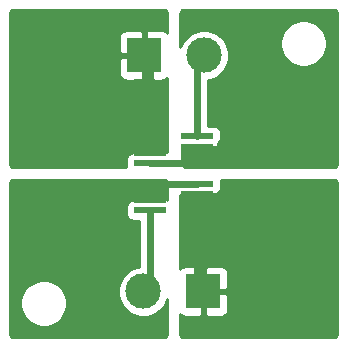
<source format=gtl>
G04 #@! TF.GenerationSoftware,KiCad,Pcbnew,5.1.4-e60b266~84~ubuntu18.04.1*
G04 #@! TF.CreationDate,2019-08-17T00:39:34+05:30*
G04 #@! TF.ProjectId,SFH4715AS_breakout,53464834-3731-4354-9153-5f627265616b,rev?*
G04 #@! TF.SameCoordinates,Original*
G04 #@! TF.FileFunction,Copper,L1,Top*
G04 #@! TF.FilePolarity,Positive*
%FSLAX46Y46*%
G04 Gerber Fmt 4.6, Leading zero omitted, Abs format (unit mm)*
G04 Created by KiCad (PCBNEW 5.1.4-e60b266~84~ubuntu18.04.1) date 2019-08-17 00:39:34*
%MOMM*%
%LPD*%
G04 APERTURE LIST*
%ADD10R,2.800000X0.350000*%
%ADD11R,2.800000X0.550000*%
%ADD12R,2.800000X1.000000*%
%ADD13C,3.000000*%
%ADD14R,3.000000X3.000000*%
%ADD15C,0.800000*%
%ADD16C,0.600000*%
%ADD17C,0.254000*%
G04 APERTURE END LIST*
D10*
X23000000Y-26325000D03*
D11*
X23000000Y-28125000D03*
X23000000Y-25875000D03*
D12*
X23000000Y-27000000D03*
D10*
X27000000Y-23675000D03*
D11*
X27000000Y-21875000D03*
X27000000Y-24125000D03*
D12*
X27000000Y-23000000D03*
D13*
X27580000Y-15000000D03*
D14*
X22500000Y-15000000D03*
D13*
X22420000Y-35000000D03*
D14*
X27500000Y-35000000D03*
D12*
X23000000Y-23000000D03*
D11*
X23000000Y-21875000D03*
X23000000Y-24125000D03*
D10*
X23000000Y-22325000D03*
X27000000Y-27675000D03*
D11*
X27000000Y-25875000D03*
X27000000Y-28125000D03*
D12*
X27000000Y-27000000D03*
D15*
X29100000Y-24100000D03*
X29100000Y-23300000D03*
X29100000Y-22500000D03*
X29900000Y-22500000D03*
X29900000Y-23300000D03*
X29900000Y-24100000D03*
X33000000Y-21000000D03*
X34000000Y-21000000D03*
X35000000Y-21000000D03*
X36000000Y-21000000D03*
X37000000Y-21000000D03*
X33000000Y-20000000D03*
X33000000Y-19000000D03*
X33000000Y-18000000D03*
X33000000Y-17000000D03*
X33000000Y-16000000D03*
X33000000Y-15000000D03*
X33000000Y-14000000D03*
X33000000Y-13000000D03*
X37000000Y-22000000D03*
X36000000Y-22000000D03*
X35000000Y-22000000D03*
X34000000Y-22000000D03*
X33000000Y-22000000D03*
X20900000Y-25900000D03*
X20900000Y-26700000D03*
X20900000Y-27500000D03*
X20100000Y-27500000D03*
X20100000Y-26700000D03*
X20100000Y-25900000D03*
X17000000Y-28000000D03*
X17000000Y-29000000D03*
X17000000Y-30000000D03*
X17000000Y-31000000D03*
X17000000Y-32000000D03*
X17000000Y-33000000D03*
X17000000Y-34000000D03*
X17000000Y-35000000D03*
X17000000Y-36000000D03*
X17000000Y-37000000D03*
X16000000Y-28000000D03*
X15000000Y-28000000D03*
X14000000Y-28000000D03*
X13000000Y-28000000D03*
X13000000Y-29000000D03*
X14000000Y-29000000D03*
X16000000Y-29000000D03*
X15000000Y-29000000D03*
X20100000Y-23000000D03*
X20900000Y-21400000D03*
X20900000Y-22200000D03*
X20100000Y-22200000D03*
X20900000Y-23000000D03*
X20100000Y-21400000D03*
X17000000Y-21000000D03*
X16000000Y-21000000D03*
X15000000Y-21000000D03*
X14000000Y-21000000D03*
X13000000Y-21000000D03*
X17000000Y-20000000D03*
X17000000Y-19000000D03*
X17000000Y-18000000D03*
X17000000Y-17000000D03*
X17000000Y-16000000D03*
X17000000Y-15000000D03*
X17000000Y-14000000D03*
X17000000Y-13000000D03*
X13000000Y-22000000D03*
X14000000Y-22000000D03*
X15000000Y-22000000D03*
X16000000Y-22000000D03*
X17000000Y-22000000D03*
X33000000Y-28000000D03*
X33000000Y-29000000D03*
X33000000Y-30000000D03*
X33000000Y-31000000D03*
X33000000Y-32000000D03*
X33000000Y-33000000D03*
X33000000Y-34000000D03*
X33000000Y-35000000D03*
X33000000Y-36000000D03*
X33000000Y-37000000D03*
X34000000Y-28000000D03*
X35000000Y-28000000D03*
X36000000Y-28000000D03*
X37000000Y-28000000D03*
X37000000Y-29000000D03*
X36000000Y-29000000D03*
X35000000Y-29000000D03*
X34000000Y-29000000D03*
X29100000Y-27000000D03*
X29100000Y-27800000D03*
X29100000Y-28600000D03*
X29900000Y-28600000D03*
X29900000Y-27800000D03*
X29900000Y-27000000D03*
D16*
X23000000Y-24125000D02*
X27000000Y-24125000D01*
X27000000Y-24125000D02*
X29075000Y-24125000D01*
X29075000Y-24125000D02*
X29100000Y-24100000D01*
X29100000Y-23300000D02*
X29100000Y-22500000D01*
X29900000Y-22500000D02*
X29900000Y-23300000D01*
X33000000Y-21000000D02*
X34000000Y-21000000D01*
X35000000Y-21000000D02*
X36000000Y-21000000D01*
X33000000Y-21000000D02*
X33000000Y-20000000D01*
X33000000Y-19000000D02*
X33000000Y-18000000D01*
X33000000Y-16000000D02*
X33000000Y-15000000D01*
X33000000Y-14000000D02*
X33000000Y-13000000D01*
X37000000Y-22000000D02*
X36000000Y-22000000D01*
X35000000Y-22000000D02*
X34000000Y-22000000D01*
X27000000Y-15580000D02*
X27580000Y-15000000D01*
X27000000Y-21875000D02*
X27000000Y-15580000D01*
X23000000Y-34420000D02*
X22420000Y-35000000D01*
X23000000Y-28125000D02*
X23000000Y-34420000D01*
X25350000Y-25875000D02*
X27000000Y-25875000D01*
X23025000Y-25875000D02*
X25350000Y-25875000D01*
X23000000Y-25900000D02*
X23025000Y-25875000D01*
X23000000Y-26325000D02*
X23000000Y-25900000D01*
X23000000Y-25875000D02*
X20925000Y-25875000D01*
X20925000Y-25875000D02*
X20900000Y-25900000D01*
X20900000Y-27500000D02*
X20100000Y-27500000D01*
X20100000Y-26700000D02*
X20100000Y-25900000D01*
X20100000Y-27500000D02*
X19600000Y-28000000D01*
X19600000Y-28000000D02*
X17000000Y-28000000D01*
X17000000Y-29000000D02*
X17000000Y-30000000D01*
X17000000Y-31000000D02*
X17000000Y-32000000D01*
X17000000Y-33000000D02*
X17000000Y-34000000D01*
X17000000Y-35000000D02*
X17000000Y-36000000D01*
X17000000Y-28000000D02*
X16000000Y-28000000D01*
X13000000Y-28000000D02*
X13000000Y-29000000D01*
X14000000Y-29000000D02*
X15000000Y-29000000D01*
X15000000Y-29000000D02*
X16000000Y-29000000D01*
X16000000Y-28000000D02*
X15000000Y-28000000D01*
X14000000Y-28000000D02*
X15000000Y-28000000D01*
X23000000Y-15500000D02*
X22500000Y-15000000D01*
X23000000Y-22325000D02*
X23000000Y-15500000D01*
X20900000Y-22200000D02*
X20900000Y-21400000D01*
X20100000Y-23000000D02*
X20100000Y-22200000D01*
X23000000Y-23000000D02*
X20900000Y-23000000D01*
X20100000Y-21400000D02*
X17400000Y-21400000D01*
X17400000Y-21400000D02*
X17000000Y-21000000D01*
X16000000Y-21000000D02*
X15000000Y-21000000D01*
X14000000Y-21000000D02*
X13000000Y-21000000D01*
X17000000Y-20000000D02*
X17000000Y-19000000D01*
X17000000Y-18000000D02*
X17000000Y-17000000D01*
X17000000Y-17000000D02*
X17000000Y-16000000D01*
X17000000Y-15000000D02*
X17000000Y-14000000D01*
X13000000Y-21000000D02*
X13000000Y-22000000D01*
X14000000Y-22000000D02*
X15000000Y-22000000D01*
X16000000Y-22000000D02*
X17000000Y-22000000D01*
X33000000Y-29000000D02*
X33000000Y-30000000D01*
X33000000Y-31000000D02*
X33000000Y-32000000D01*
X33000000Y-33000000D02*
X33000000Y-34000000D01*
X33000000Y-35000000D02*
X33000000Y-36000000D01*
X33000000Y-28000000D02*
X34000000Y-28000000D01*
X35000000Y-28000000D02*
X36000000Y-28000000D01*
X37000000Y-28000000D02*
X37000000Y-29000000D01*
X36000000Y-29000000D02*
X35000000Y-29000000D01*
X27000000Y-34500000D02*
X27500000Y-35000000D01*
X27000000Y-28125000D02*
X27000000Y-34500000D01*
X27000000Y-27000000D02*
X29100000Y-27000000D01*
X29100000Y-27800000D02*
X29100000Y-28600000D01*
X29900000Y-28600000D02*
X29900000Y-27800000D01*
X32400000Y-28600000D02*
X33000000Y-28000000D01*
X29900000Y-28600000D02*
X32400000Y-28600000D01*
D17*
G36*
X24196257Y-11140769D02*
G01*
X24285955Y-11177923D01*
X24362976Y-11237024D01*
X24422077Y-11314045D01*
X24459231Y-11403743D01*
X24473000Y-11508328D01*
X24473000Y-13075397D01*
X24451185Y-13048815D01*
X24354494Y-12969463D01*
X24244180Y-12910498D01*
X24124482Y-12874188D01*
X24000000Y-12861928D01*
X22785750Y-12865000D01*
X22627000Y-13023750D01*
X22627000Y-14873000D01*
X22647000Y-14873000D01*
X22647000Y-15127000D01*
X22627000Y-15127000D01*
X22627000Y-16976250D01*
X22785750Y-17135000D01*
X24000000Y-17138072D01*
X24124482Y-17125812D01*
X24244180Y-17089502D01*
X24354494Y-17030537D01*
X24451185Y-16951185D01*
X24473000Y-16924603D01*
X24473000Y-23190000D01*
X22954068Y-23190000D01*
X22816708Y-23203529D01*
X22789020Y-23211928D01*
X21600000Y-23211928D01*
X21475518Y-23224188D01*
X21355820Y-23260498D01*
X21245506Y-23319463D01*
X21148815Y-23398815D01*
X21069463Y-23495506D01*
X21010498Y-23605820D01*
X20974188Y-23725518D01*
X20961928Y-23850000D01*
X20961928Y-24400000D01*
X20969118Y-24473000D01*
X11508328Y-24473000D01*
X11403743Y-24459231D01*
X11314045Y-24422077D01*
X11237024Y-24362976D01*
X11177923Y-24285955D01*
X11140769Y-24196257D01*
X11127000Y-24091672D01*
X11127000Y-16500000D01*
X20361928Y-16500000D01*
X20374188Y-16624482D01*
X20410498Y-16744180D01*
X20469463Y-16854494D01*
X20548815Y-16951185D01*
X20645506Y-17030537D01*
X20755820Y-17089502D01*
X20875518Y-17125812D01*
X21000000Y-17138072D01*
X22214250Y-17135000D01*
X22373000Y-16976250D01*
X22373000Y-15127000D01*
X20523750Y-15127000D01*
X20365000Y-15285750D01*
X20361928Y-16500000D01*
X11127000Y-16500000D01*
X11127000Y-13500000D01*
X20361928Y-13500000D01*
X20365000Y-14714250D01*
X20523750Y-14873000D01*
X22373000Y-14873000D01*
X22373000Y-13023750D01*
X22214250Y-12865000D01*
X21000000Y-12861928D01*
X20875518Y-12874188D01*
X20755820Y-12910498D01*
X20645506Y-12969463D01*
X20548815Y-13048815D01*
X20469463Y-13145506D01*
X20410498Y-13255820D01*
X20374188Y-13375518D01*
X20361928Y-13500000D01*
X11127000Y-13500000D01*
X11127000Y-11508328D01*
X11140769Y-11403743D01*
X11177923Y-11314045D01*
X11237024Y-11237024D01*
X11314045Y-11177923D01*
X11403743Y-11140769D01*
X11508328Y-11127000D01*
X24091672Y-11127000D01*
X24196257Y-11140769D01*
X24196257Y-11140769D01*
G37*
X24196257Y-11140769D02*
X24285955Y-11177923D01*
X24362976Y-11237024D01*
X24422077Y-11314045D01*
X24459231Y-11403743D01*
X24473000Y-11508328D01*
X24473000Y-13075397D01*
X24451185Y-13048815D01*
X24354494Y-12969463D01*
X24244180Y-12910498D01*
X24124482Y-12874188D01*
X24000000Y-12861928D01*
X22785750Y-12865000D01*
X22627000Y-13023750D01*
X22627000Y-14873000D01*
X22647000Y-14873000D01*
X22647000Y-15127000D01*
X22627000Y-15127000D01*
X22627000Y-16976250D01*
X22785750Y-17135000D01*
X24000000Y-17138072D01*
X24124482Y-17125812D01*
X24244180Y-17089502D01*
X24354494Y-17030537D01*
X24451185Y-16951185D01*
X24473000Y-16924603D01*
X24473000Y-23190000D01*
X22954068Y-23190000D01*
X22816708Y-23203529D01*
X22789020Y-23211928D01*
X21600000Y-23211928D01*
X21475518Y-23224188D01*
X21355820Y-23260498D01*
X21245506Y-23319463D01*
X21148815Y-23398815D01*
X21069463Y-23495506D01*
X21010498Y-23605820D01*
X20974188Y-23725518D01*
X20961928Y-23850000D01*
X20961928Y-24400000D01*
X20969118Y-24473000D01*
X11508328Y-24473000D01*
X11403743Y-24459231D01*
X11314045Y-24422077D01*
X11237024Y-24362976D01*
X11177923Y-24285955D01*
X11140769Y-24196257D01*
X11127000Y-24091672D01*
X11127000Y-16500000D01*
X20361928Y-16500000D01*
X20374188Y-16624482D01*
X20410498Y-16744180D01*
X20469463Y-16854494D01*
X20548815Y-16951185D01*
X20645506Y-17030537D01*
X20755820Y-17089502D01*
X20875518Y-17125812D01*
X21000000Y-17138072D01*
X22214250Y-17135000D01*
X22373000Y-16976250D01*
X22373000Y-15127000D01*
X20523750Y-15127000D01*
X20365000Y-15285750D01*
X20361928Y-16500000D01*
X11127000Y-16500000D01*
X11127000Y-13500000D01*
X20361928Y-13500000D01*
X20365000Y-14714250D01*
X20523750Y-14873000D01*
X22373000Y-14873000D01*
X22373000Y-13023750D01*
X22214250Y-12865000D01*
X21000000Y-12861928D01*
X20875518Y-12874188D01*
X20755820Y-12910498D01*
X20645506Y-12969463D01*
X20548815Y-13048815D01*
X20469463Y-13145506D01*
X20410498Y-13255820D01*
X20374188Y-13375518D01*
X20361928Y-13500000D01*
X11127000Y-13500000D01*
X11127000Y-11508328D01*
X11140769Y-11403743D01*
X11177923Y-11314045D01*
X11237024Y-11237024D01*
X11314045Y-11177923D01*
X11403743Y-11140769D01*
X11508328Y-11127000D01*
X24091672Y-11127000D01*
X24196257Y-11140769D01*
G36*
X38596257Y-11140769D02*
G01*
X38685955Y-11177923D01*
X38762976Y-11237024D01*
X38822077Y-11314045D01*
X38859231Y-11403743D01*
X38873000Y-11508328D01*
X38873000Y-24091672D01*
X38859231Y-24196257D01*
X38822077Y-24285955D01*
X38762976Y-24362976D01*
X38685955Y-24422077D01*
X38596257Y-24459231D01*
X38491672Y-24473000D01*
X26102605Y-24473000D01*
X25978956Y-24453603D01*
X25876143Y-24401787D01*
X25794131Y-24320972D01*
X25740809Y-24218933D01*
X25719595Y-24095580D01*
X25700367Y-22788072D01*
X26789020Y-22788072D01*
X26816708Y-22796471D01*
X27000000Y-22814524D01*
X27183291Y-22796471D01*
X27210979Y-22788072D01*
X28400000Y-22788072D01*
X28524482Y-22775812D01*
X28644180Y-22739502D01*
X28754494Y-22680537D01*
X28851185Y-22601185D01*
X28930537Y-22504494D01*
X28989502Y-22394180D01*
X29025812Y-22274482D01*
X29038072Y-22150000D01*
X29038072Y-21600000D01*
X29025812Y-21475518D01*
X28989502Y-21355820D01*
X28930537Y-21245506D01*
X28851185Y-21148815D01*
X28754494Y-21069463D01*
X28644180Y-21010498D01*
X28524482Y-20974188D01*
X28400000Y-20961928D01*
X27935000Y-20961928D01*
X27935000Y-17106213D01*
X28202756Y-17052953D01*
X28591302Y-16892012D01*
X28940983Y-16658363D01*
X29238363Y-16360983D01*
X29472012Y-16011302D01*
X29632953Y-15622756D01*
X29715000Y-15210279D01*
X29715000Y-14789721D01*
X29632953Y-14377244D01*
X29472012Y-13988698D01*
X29348932Y-13804495D01*
X34015000Y-13804495D01*
X34015000Y-14195505D01*
X34091282Y-14579003D01*
X34240915Y-14940250D01*
X34458149Y-15265364D01*
X34734636Y-15541851D01*
X35059750Y-15759085D01*
X35420997Y-15908718D01*
X35804495Y-15985000D01*
X36195505Y-15985000D01*
X36579003Y-15908718D01*
X36940250Y-15759085D01*
X37265364Y-15541851D01*
X37541851Y-15265364D01*
X37759085Y-14940250D01*
X37908718Y-14579003D01*
X37985000Y-14195505D01*
X37985000Y-13804495D01*
X37908718Y-13420997D01*
X37759085Y-13059750D01*
X37541851Y-12734636D01*
X37265364Y-12458149D01*
X36940250Y-12240915D01*
X36579003Y-12091282D01*
X36195505Y-12015000D01*
X35804495Y-12015000D01*
X35420997Y-12091282D01*
X35059750Y-12240915D01*
X34734636Y-12458149D01*
X34458149Y-12734636D01*
X34240915Y-13059750D01*
X34091282Y-13420997D01*
X34015000Y-13804495D01*
X29348932Y-13804495D01*
X29238363Y-13639017D01*
X28940983Y-13341637D01*
X28591302Y-13107988D01*
X28202756Y-12947047D01*
X27790279Y-12865000D01*
X27369721Y-12865000D01*
X26957244Y-12947047D01*
X26568698Y-13107988D01*
X26219017Y-13341637D01*
X25921637Y-13639017D01*
X25687988Y-13988698D01*
X25574977Y-14261530D01*
X25534571Y-11513885D01*
X25547043Y-11408160D01*
X25583539Y-11317224D01*
X25642519Y-11238980D01*
X25719890Y-11178855D01*
X25810276Y-11141025D01*
X25915809Y-11127000D01*
X38491672Y-11127000D01*
X38596257Y-11140769D01*
X38596257Y-11140769D01*
G37*
X38596257Y-11140769D02*
X38685955Y-11177923D01*
X38762976Y-11237024D01*
X38822077Y-11314045D01*
X38859231Y-11403743D01*
X38873000Y-11508328D01*
X38873000Y-24091672D01*
X38859231Y-24196257D01*
X38822077Y-24285955D01*
X38762976Y-24362976D01*
X38685955Y-24422077D01*
X38596257Y-24459231D01*
X38491672Y-24473000D01*
X26102605Y-24473000D01*
X25978956Y-24453603D01*
X25876143Y-24401787D01*
X25794131Y-24320972D01*
X25740809Y-24218933D01*
X25719595Y-24095580D01*
X25700367Y-22788072D01*
X26789020Y-22788072D01*
X26816708Y-22796471D01*
X27000000Y-22814524D01*
X27183291Y-22796471D01*
X27210979Y-22788072D01*
X28400000Y-22788072D01*
X28524482Y-22775812D01*
X28644180Y-22739502D01*
X28754494Y-22680537D01*
X28851185Y-22601185D01*
X28930537Y-22504494D01*
X28989502Y-22394180D01*
X29025812Y-22274482D01*
X29038072Y-22150000D01*
X29038072Y-21600000D01*
X29025812Y-21475518D01*
X28989502Y-21355820D01*
X28930537Y-21245506D01*
X28851185Y-21148815D01*
X28754494Y-21069463D01*
X28644180Y-21010498D01*
X28524482Y-20974188D01*
X28400000Y-20961928D01*
X27935000Y-20961928D01*
X27935000Y-17106213D01*
X28202756Y-17052953D01*
X28591302Y-16892012D01*
X28940983Y-16658363D01*
X29238363Y-16360983D01*
X29472012Y-16011302D01*
X29632953Y-15622756D01*
X29715000Y-15210279D01*
X29715000Y-14789721D01*
X29632953Y-14377244D01*
X29472012Y-13988698D01*
X29348932Y-13804495D01*
X34015000Y-13804495D01*
X34015000Y-14195505D01*
X34091282Y-14579003D01*
X34240915Y-14940250D01*
X34458149Y-15265364D01*
X34734636Y-15541851D01*
X35059750Y-15759085D01*
X35420997Y-15908718D01*
X35804495Y-15985000D01*
X36195505Y-15985000D01*
X36579003Y-15908718D01*
X36940250Y-15759085D01*
X37265364Y-15541851D01*
X37541851Y-15265364D01*
X37759085Y-14940250D01*
X37908718Y-14579003D01*
X37985000Y-14195505D01*
X37985000Y-13804495D01*
X37908718Y-13420997D01*
X37759085Y-13059750D01*
X37541851Y-12734636D01*
X37265364Y-12458149D01*
X36940250Y-12240915D01*
X36579003Y-12091282D01*
X36195505Y-12015000D01*
X35804495Y-12015000D01*
X35420997Y-12091282D01*
X35059750Y-12240915D01*
X34734636Y-12458149D01*
X34458149Y-12734636D01*
X34240915Y-13059750D01*
X34091282Y-13420997D01*
X34015000Y-13804495D01*
X29348932Y-13804495D01*
X29238363Y-13639017D01*
X28940983Y-13341637D01*
X28591302Y-13107988D01*
X28202756Y-12947047D01*
X27790279Y-12865000D01*
X27369721Y-12865000D01*
X26957244Y-12947047D01*
X26568698Y-13107988D01*
X26219017Y-13341637D01*
X25921637Y-13639017D01*
X25687988Y-13988698D01*
X25574977Y-14261530D01*
X25534571Y-11513885D01*
X25547043Y-11408160D01*
X25583539Y-11317224D01*
X25642519Y-11238980D01*
X25719890Y-11178855D01*
X25810276Y-11141025D01*
X25915809Y-11127000D01*
X38491672Y-11127000D01*
X38596257Y-11140769D01*
G36*
X24196257Y-25540769D02*
G01*
X24285955Y-25577923D01*
X24362976Y-25637024D01*
X24422077Y-25714045D01*
X24459231Y-25803743D01*
X24473000Y-25908328D01*
X24473000Y-27219118D01*
X24400000Y-27211928D01*
X23210979Y-27211928D01*
X23183291Y-27203529D01*
X23000000Y-27185476D01*
X22816708Y-27203529D01*
X22789020Y-27211928D01*
X21600000Y-27211928D01*
X21475518Y-27224188D01*
X21355820Y-27260498D01*
X21245506Y-27319463D01*
X21148815Y-27398815D01*
X21069463Y-27495506D01*
X21010498Y-27605820D01*
X20974188Y-27725518D01*
X20961928Y-27850000D01*
X20961928Y-28400000D01*
X20974188Y-28524482D01*
X21010498Y-28644180D01*
X21069463Y-28754494D01*
X21148815Y-28851185D01*
X21245506Y-28930537D01*
X21355820Y-28989502D01*
X21475518Y-29025812D01*
X21600000Y-29038072D01*
X22065000Y-29038072D01*
X22065001Y-32893787D01*
X21797244Y-32947047D01*
X21408698Y-33107988D01*
X21059017Y-33341637D01*
X20761637Y-33639017D01*
X20527988Y-33988698D01*
X20367047Y-34377244D01*
X20285000Y-34789721D01*
X20285000Y-35210279D01*
X20367047Y-35622756D01*
X20527988Y-36011302D01*
X20761637Y-36360983D01*
X21059017Y-36658363D01*
X21408698Y-36892012D01*
X21797244Y-37052953D01*
X22209721Y-37135000D01*
X22630279Y-37135000D01*
X23042756Y-37052953D01*
X23431302Y-36892012D01*
X23780983Y-36658363D01*
X24078363Y-36360983D01*
X24312012Y-36011302D01*
X24472953Y-35622756D01*
X24473000Y-35622520D01*
X24473000Y-38491672D01*
X24459231Y-38596257D01*
X24422077Y-38685955D01*
X24362976Y-38762976D01*
X24285955Y-38822077D01*
X24196257Y-38859231D01*
X24091672Y-38873000D01*
X11508328Y-38873000D01*
X11403743Y-38859231D01*
X11314045Y-38822077D01*
X11237024Y-38762976D01*
X11177923Y-38685955D01*
X11140769Y-38596257D01*
X11127000Y-38491672D01*
X11127000Y-35804495D01*
X12015000Y-35804495D01*
X12015000Y-36195505D01*
X12091282Y-36579003D01*
X12240915Y-36940250D01*
X12458149Y-37265364D01*
X12734636Y-37541851D01*
X13059750Y-37759085D01*
X13420997Y-37908718D01*
X13804495Y-37985000D01*
X14195505Y-37985000D01*
X14579003Y-37908718D01*
X14940250Y-37759085D01*
X15265364Y-37541851D01*
X15541851Y-37265364D01*
X15759085Y-36940250D01*
X15908718Y-36579003D01*
X15985000Y-36195505D01*
X15985000Y-35804495D01*
X15908718Y-35420997D01*
X15759085Y-35059750D01*
X15541851Y-34734636D01*
X15265364Y-34458149D01*
X14940250Y-34240915D01*
X14579003Y-34091282D01*
X14195505Y-34015000D01*
X13804495Y-34015000D01*
X13420997Y-34091282D01*
X13059750Y-34240915D01*
X12734636Y-34458149D01*
X12458149Y-34734636D01*
X12240915Y-35059750D01*
X12091282Y-35420997D01*
X12015000Y-35804495D01*
X11127000Y-35804495D01*
X11127000Y-25908328D01*
X11140769Y-25803743D01*
X11177923Y-25714045D01*
X11237024Y-25637024D01*
X11314045Y-25577923D01*
X11403743Y-25540769D01*
X11508328Y-25527000D01*
X24091672Y-25527000D01*
X24196257Y-25540769D01*
X24196257Y-25540769D01*
G37*
X24196257Y-25540769D02*
X24285955Y-25577923D01*
X24362976Y-25637024D01*
X24422077Y-25714045D01*
X24459231Y-25803743D01*
X24473000Y-25908328D01*
X24473000Y-27219118D01*
X24400000Y-27211928D01*
X23210979Y-27211928D01*
X23183291Y-27203529D01*
X23000000Y-27185476D01*
X22816708Y-27203529D01*
X22789020Y-27211928D01*
X21600000Y-27211928D01*
X21475518Y-27224188D01*
X21355820Y-27260498D01*
X21245506Y-27319463D01*
X21148815Y-27398815D01*
X21069463Y-27495506D01*
X21010498Y-27605820D01*
X20974188Y-27725518D01*
X20961928Y-27850000D01*
X20961928Y-28400000D01*
X20974188Y-28524482D01*
X21010498Y-28644180D01*
X21069463Y-28754494D01*
X21148815Y-28851185D01*
X21245506Y-28930537D01*
X21355820Y-28989502D01*
X21475518Y-29025812D01*
X21600000Y-29038072D01*
X22065000Y-29038072D01*
X22065001Y-32893787D01*
X21797244Y-32947047D01*
X21408698Y-33107988D01*
X21059017Y-33341637D01*
X20761637Y-33639017D01*
X20527988Y-33988698D01*
X20367047Y-34377244D01*
X20285000Y-34789721D01*
X20285000Y-35210279D01*
X20367047Y-35622756D01*
X20527988Y-36011302D01*
X20761637Y-36360983D01*
X21059017Y-36658363D01*
X21408698Y-36892012D01*
X21797244Y-37052953D01*
X22209721Y-37135000D01*
X22630279Y-37135000D01*
X23042756Y-37052953D01*
X23431302Y-36892012D01*
X23780983Y-36658363D01*
X24078363Y-36360983D01*
X24312012Y-36011302D01*
X24472953Y-35622756D01*
X24473000Y-35622520D01*
X24473000Y-38491672D01*
X24459231Y-38596257D01*
X24422077Y-38685955D01*
X24362976Y-38762976D01*
X24285955Y-38822077D01*
X24196257Y-38859231D01*
X24091672Y-38873000D01*
X11508328Y-38873000D01*
X11403743Y-38859231D01*
X11314045Y-38822077D01*
X11237024Y-38762976D01*
X11177923Y-38685955D01*
X11140769Y-38596257D01*
X11127000Y-38491672D01*
X11127000Y-35804495D01*
X12015000Y-35804495D01*
X12015000Y-36195505D01*
X12091282Y-36579003D01*
X12240915Y-36940250D01*
X12458149Y-37265364D01*
X12734636Y-37541851D01*
X13059750Y-37759085D01*
X13420997Y-37908718D01*
X13804495Y-37985000D01*
X14195505Y-37985000D01*
X14579003Y-37908718D01*
X14940250Y-37759085D01*
X15265364Y-37541851D01*
X15541851Y-37265364D01*
X15759085Y-36940250D01*
X15908718Y-36579003D01*
X15985000Y-36195505D01*
X15985000Y-35804495D01*
X15908718Y-35420997D01*
X15759085Y-35059750D01*
X15541851Y-34734636D01*
X15265364Y-34458149D01*
X14940250Y-34240915D01*
X14579003Y-34091282D01*
X14195505Y-34015000D01*
X13804495Y-34015000D01*
X13420997Y-34091282D01*
X13059750Y-34240915D01*
X12734636Y-34458149D01*
X12458149Y-34734636D01*
X12240915Y-35059750D01*
X12091282Y-35420997D01*
X12015000Y-35804495D01*
X11127000Y-35804495D01*
X11127000Y-25908328D01*
X11140769Y-25803743D01*
X11177923Y-25714045D01*
X11237024Y-25637024D01*
X11314045Y-25577923D01*
X11403743Y-25540769D01*
X11508328Y-25527000D01*
X24091672Y-25527000D01*
X24196257Y-25540769D01*
G36*
X38596257Y-25540769D02*
G01*
X38685955Y-25577923D01*
X38762976Y-25637024D01*
X38822077Y-25714045D01*
X38859231Y-25803743D01*
X38873000Y-25908328D01*
X38873000Y-38491672D01*
X38859231Y-38596257D01*
X38822077Y-38685955D01*
X38762976Y-38762976D01*
X38685955Y-38822077D01*
X38596257Y-38859231D01*
X38491672Y-38873000D01*
X25908328Y-38873000D01*
X25803743Y-38859231D01*
X25714045Y-38822077D01*
X25637024Y-38762976D01*
X25577923Y-38685955D01*
X25540769Y-38596257D01*
X25527000Y-38491672D01*
X25527000Y-36924603D01*
X25548815Y-36951185D01*
X25645506Y-37030537D01*
X25755820Y-37089502D01*
X25875518Y-37125812D01*
X26000000Y-37138072D01*
X27214250Y-37135000D01*
X27373000Y-36976250D01*
X27373000Y-35127000D01*
X27627000Y-35127000D01*
X27627000Y-36976250D01*
X27785750Y-37135000D01*
X29000000Y-37138072D01*
X29124482Y-37125812D01*
X29244180Y-37089502D01*
X29354494Y-37030537D01*
X29451185Y-36951185D01*
X29530537Y-36854494D01*
X29589502Y-36744180D01*
X29625812Y-36624482D01*
X29638072Y-36500000D01*
X29635000Y-35285750D01*
X29476250Y-35127000D01*
X27627000Y-35127000D01*
X27373000Y-35127000D01*
X27353000Y-35127000D01*
X27353000Y-34873000D01*
X27373000Y-34873000D01*
X27373000Y-33023750D01*
X27627000Y-33023750D01*
X27627000Y-34873000D01*
X29476250Y-34873000D01*
X29635000Y-34714250D01*
X29638072Y-33500000D01*
X29625812Y-33375518D01*
X29589502Y-33255820D01*
X29530537Y-33145506D01*
X29451185Y-33048815D01*
X29354494Y-32969463D01*
X29244180Y-32910498D01*
X29124482Y-32874188D01*
X29000000Y-32861928D01*
X27785750Y-32865000D01*
X27627000Y-33023750D01*
X27373000Y-33023750D01*
X27214250Y-32865000D01*
X26000000Y-32861928D01*
X25875518Y-32874188D01*
X25755820Y-32910498D01*
X25645506Y-32969463D01*
X25548815Y-33048815D01*
X25527000Y-33075397D01*
X25527000Y-26810000D01*
X27045932Y-26810000D01*
X27183292Y-26796471D01*
X27210980Y-26788072D01*
X28400000Y-26788072D01*
X28524482Y-26775812D01*
X28644180Y-26739502D01*
X28754494Y-26680537D01*
X28851185Y-26601185D01*
X28930537Y-26504494D01*
X28989502Y-26394180D01*
X29025812Y-26274482D01*
X29038072Y-26150000D01*
X29038072Y-25600000D01*
X29030882Y-25527000D01*
X38491672Y-25527000D01*
X38596257Y-25540769D01*
X38596257Y-25540769D01*
G37*
X38596257Y-25540769D02*
X38685955Y-25577923D01*
X38762976Y-25637024D01*
X38822077Y-25714045D01*
X38859231Y-25803743D01*
X38873000Y-25908328D01*
X38873000Y-38491672D01*
X38859231Y-38596257D01*
X38822077Y-38685955D01*
X38762976Y-38762976D01*
X38685955Y-38822077D01*
X38596257Y-38859231D01*
X38491672Y-38873000D01*
X25908328Y-38873000D01*
X25803743Y-38859231D01*
X25714045Y-38822077D01*
X25637024Y-38762976D01*
X25577923Y-38685955D01*
X25540769Y-38596257D01*
X25527000Y-38491672D01*
X25527000Y-36924603D01*
X25548815Y-36951185D01*
X25645506Y-37030537D01*
X25755820Y-37089502D01*
X25875518Y-37125812D01*
X26000000Y-37138072D01*
X27214250Y-37135000D01*
X27373000Y-36976250D01*
X27373000Y-35127000D01*
X27627000Y-35127000D01*
X27627000Y-36976250D01*
X27785750Y-37135000D01*
X29000000Y-37138072D01*
X29124482Y-37125812D01*
X29244180Y-37089502D01*
X29354494Y-37030537D01*
X29451185Y-36951185D01*
X29530537Y-36854494D01*
X29589502Y-36744180D01*
X29625812Y-36624482D01*
X29638072Y-36500000D01*
X29635000Y-35285750D01*
X29476250Y-35127000D01*
X27627000Y-35127000D01*
X27373000Y-35127000D01*
X27353000Y-35127000D01*
X27353000Y-34873000D01*
X27373000Y-34873000D01*
X27373000Y-33023750D01*
X27627000Y-33023750D01*
X27627000Y-34873000D01*
X29476250Y-34873000D01*
X29635000Y-34714250D01*
X29638072Y-33500000D01*
X29625812Y-33375518D01*
X29589502Y-33255820D01*
X29530537Y-33145506D01*
X29451185Y-33048815D01*
X29354494Y-32969463D01*
X29244180Y-32910498D01*
X29124482Y-32874188D01*
X29000000Y-32861928D01*
X27785750Y-32865000D01*
X27627000Y-33023750D01*
X27373000Y-33023750D01*
X27214250Y-32865000D01*
X26000000Y-32861928D01*
X25875518Y-32874188D01*
X25755820Y-32910498D01*
X25645506Y-32969463D01*
X25548815Y-33048815D01*
X25527000Y-33075397D01*
X25527000Y-26810000D01*
X27045932Y-26810000D01*
X27183292Y-26796471D01*
X27210980Y-26788072D01*
X28400000Y-26788072D01*
X28524482Y-26775812D01*
X28644180Y-26739502D01*
X28754494Y-26680537D01*
X28851185Y-26601185D01*
X28930537Y-26504494D01*
X28989502Y-26394180D01*
X29025812Y-26274482D01*
X29038072Y-26150000D01*
X29038072Y-25600000D01*
X29030882Y-25527000D01*
X38491672Y-25527000D01*
X38596257Y-25540769D01*
M02*

</source>
